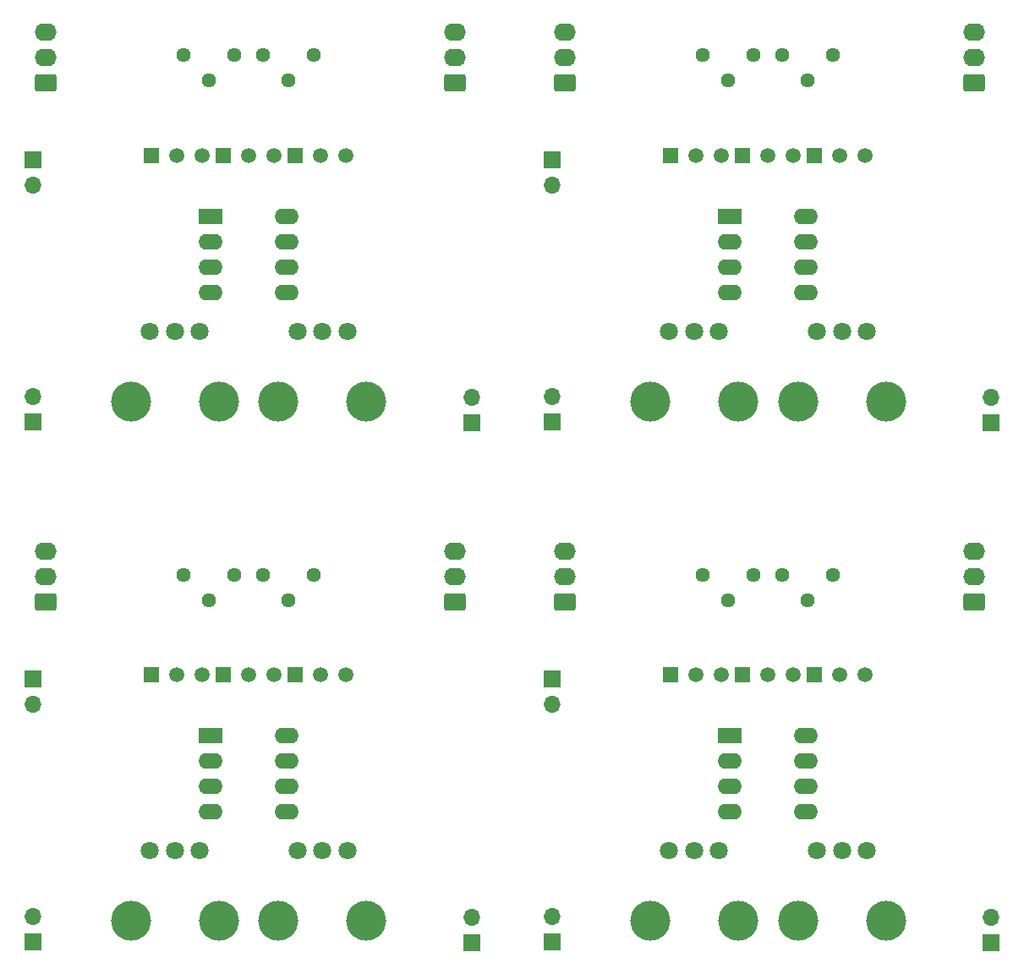
<source format=gbr>
%TF.GenerationSoftware,KiCad,Pcbnew,7.0.7-7.0.7~ubuntu22.04.1*%
%TF.CreationDate,2023-09-26T14:07:37+13:00*%
%TF.ProjectId,VCA,5643412e-6b69-4636-9164-5f7063625858,rev?*%
%TF.SameCoordinates,Original*%
%TF.FileFunction,Soldermask,Bot*%
%TF.FilePolarity,Negative*%
%FSLAX46Y46*%
G04 Gerber Fmt 4.6, Leading zero omitted, Abs format (unit mm)*
G04 Created by KiCad (PCBNEW 7.0.7-7.0.7~ubuntu22.04.1) date 2023-09-26 14:07:37*
%MOMM*%
%LPD*%
G01*
G04 APERTURE LIST*
G04 Aperture macros list*
%AMRoundRect*
0 Rectangle with rounded corners*
0 $1 Rounding radius*
0 $2 $3 $4 $5 $6 $7 $8 $9 X,Y pos of 4 corners*
0 Add a 4 corners polygon primitive as box body*
4,1,4,$2,$3,$4,$5,$6,$7,$8,$9,$2,$3,0*
0 Add four circle primitives for the rounded corners*
1,1,$1+$1,$2,$3*
1,1,$1+$1,$4,$5*
1,1,$1+$1,$6,$7*
1,1,$1+$1,$8,$9*
0 Add four rect primitives between the rounded corners*
20,1,$1+$1,$2,$3,$4,$5,0*
20,1,$1+$1,$4,$5,$6,$7,0*
20,1,$1+$1,$6,$7,$8,$9,0*
20,1,$1+$1,$8,$9,$2,$3,0*%
G04 Aperture macros list end*
%ADD10R,1.500000X1.500000*%
%ADD11C,1.500000*%
%ADD12R,1.700000X1.700000*%
%ADD13O,1.700000X1.700000*%
%ADD14C,4.000000*%
%ADD15C,1.800000*%
%ADD16C,1.440000*%
%ADD17RoundRect,0.250000X0.845000X-0.620000X0.845000X0.620000X-0.845000X0.620000X-0.845000X-0.620000X0*%
%ADD18O,2.190000X1.740000*%
%ADD19R,2.400000X1.600000*%
%ADD20O,2.400000X1.600000*%
G04 APERTURE END LIST*
D10*
%TO.C,Q2*%
X157490000Y-64850000D03*
D11*
X160030000Y-64850000D03*
X162570000Y-64850000D03*
%TD*%
D10*
%TO.C,Q1*%
X143080000Y-116860000D03*
D11*
X145620000Y-116860000D03*
X148160000Y-116860000D03*
%TD*%
D12*
%TO.C,J2*%
X79222943Y-143600000D03*
D13*
X79222943Y-141060000D03*
%TD*%
D14*
%TO.C,GAIN1*%
X97820000Y-89500000D03*
X89020000Y-89500000D03*
D15*
X90920000Y-82500000D03*
X93420000Y-82500000D03*
X95920000Y-82500000D03*
%TD*%
D16*
%TO.C,OFFSET1*%
X94285000Y-54855000D03*
X96825000Y-57395000D03*
X99365000Y-54855000D03*
%TD*%
D17*
%TO.C,J4*%
X132520000Y-109600000D03*
D18*
X132520000Y-107060000D03*
X132520000Y-104520000D03*
%TD*%
D12*
%TO.C,J2*%
X131222944Y-143600000D03*
D13*
X131222944Y-141060000D03*
%TD*%
D10*
%TO.C,Q2*%
X105489999Y-116850000D03*
D11*
X108029999Y-116850000D03*
X110569999Y-116850000D03*
%TD*%
D14*
%TO.C,CV_AMOUNT1*%
X112619999Y-141500000D03*
X103819999Y-141500000D03*
D15*
X105719999Y-134500000D03*
X108219999Y-134500000D03*
X110719999Y-134500000D03*
%TD*%
D16*
%TO.C,OFFSET1*%
X146285000Y-54855000D03*
X148825000Y-57395000D03*
X151365000Y-54855000D03*
%TD*%
D12*
%TO.C,J2*%
X79222944Y-91600000D03*
D13*
X79222944Y-89060000D03*
%TD*%
D12*
%TO.C,J3*%
X123199999Y-143675000D03*
D13*
X123199999Y-141135000D03*
%TD*%
D10*
%TO.C,Q2*%
X105490000Y-64850000D03*
D11*
X108030000Y-64850000D03*
X110570000Y-64850000D03*
%TD*%
D17*
%TO.C,J5*%
X121480000Y-57580000D03*
D18*
X121480000Y-55040000D03*
X121480000Y-52500000D03*
%TD*%
D16*
%TO.C,LEVEL1*%
X154285000Y-106855000D03*
X156825000Y-109395000D03*
X159365000Y-106855000D03*
%TD*%
%TO.C,LEVEL1*%
X102284999Y-106855000D03*
X104824999Y-109395000D03*
X107364999Y-106855000D03*
%TD*%
D12*
%TO.C,J1*%
X79222944Y-65280000D03*
D13*
X79222944Y-67820000D03*
%TD*%
D16*
%TO.C,OFFSET1*%
X94284999Y-106855000D03*
X96824999Y-109395000D03*
X99364999Y-106855000D03*
%TD*%
D19*
%TO.C,U1*%
X97000000Y-71000000D03*
D20*
X97000000Y-73540000D03*
X97000000Y-76080000D03*
X97000000Y-78620000D03*
X104620000Y-78620000D03*
X104620000Y-76080000D03*
X104620000Y-73540000D03*
X104620000Y-71000000D03*
%TD*%
D12*
%TO.C,J1*%
X131222944Y-117280000D03*
D13*
X131222944Y-119820000D03*
%TD*%
D12*
%TO.C,J1*%
X79222943Y-117280000D03*
D13*
X79222943Y-119820000D03*
%TD*%
D16*
%TO.C,LEVEL1*%
X154285000Y-54855000D03*
X156825000Y-57395000D03*
X159365000Y-54855000D03*
%TD*%
D10*
%TO.C,Q1*%
X91079999Y-116860000D03*
D11*
X93619999Y-116860000D03*
X96159999Y-116860000D03*
%TD*%
D17*
%TO.C,J4*%
X80519999Y-109600000D03*
D18*
X80519999Y-107060000D03*
X80519999Y-104520000D03*
%TD*%
D10*
%TO.C,Q3*%
X98279999Y-116860000D03*
D11*
X100819999Y-116860000D03*
X103359999Y-116860000D03*
%TD*%
D12*
%TO.C,J3*%
X175200000Y-91675000D03*
D13*
X175200000Y-89135000D03*
%TD*%
D10*
%TO.C,Q1*%
X143080000Y-64860000D03*
D11*
X145620000Y-64860000D03*
X148160000Y-64860000D03*
%TD*%
D19*
%TO.C,U1*%
X149000000Y-71000000D03*
D20*
X149000000Y-73540000D03*
X149000000Y-76080000D03*
X149000000Y-78620000D03*
X156620000Y-78620000D03*
X156620000Y-76080000D03*
X156620000Y-73540000D03*
X156620000Y-71000000D03*
%TD*%
D12*
%TO.C,J2*%
X131222944Y-91600000D03*
D13*
X131222944Y-89060000D03*
%TD*%
D14*
%TO.C,GAIN1*%
X149820000Y-89500000D03*
X141020000Y-89500000D03*
D15*
X142920000Y-82500000D03*
X145420000Y-82500000D03*
X147920000Y-82500000D03*
%TD*%
D10*
%TO.C,Q3*%
X98280000Y-64860000D03*
D11*
X100820000Y-64860000D03*
X103360000Y-64860000D03*
%TD*%
D12*
%TO.C,J1*%
X131222944Y-65280000D03*
D13*
X131222944Y-67820000D03*
%TD*%
D17*
%TO.C,J5*%
X173480000Y-109580000D03*
D18*
X173480000Y-107040000D03*
X173480000Y-104500000D03*
%TD*%
D14*
%TO.C,GAIN1*%
X149820000Y-141500000D03*
X141020000Y-141500000D03*
D15*
X142920000Y-134500000D03*
X145420000Y-134500000D03*
X147920000Y-134500000D03*
%TD*%
D17*
%TO.C,J4*%
X80520000Y-57600000D03*
D18*
X80520000Y-55060000D03*
X80520000Y-52520000D03*
%TD*%
D10*
%TO.C,Q3*%
X150280000Y-116860000D03*
D11*
X152820000Y-116860000D03*
X155360000Y-116860000D03*
%TD*%
D16*
%TO.C,OFFSET1*%
X146285000Y-106855000D03*
X148825000Y-109395000D03*
X151365000Y-106855000D03*
%TD*%
D10*
%TO.C,Q1*%
X91080000Y-64860000D03*
D11*
X93620000Y-64860000D03*
X96160000Y-64860000D03*
%TD*%
D17*
%TO.C,J5*%
X173480000Y-57580000D03*
D18*
X173480000Y-55040000D03*
X173480000Y-52500000D03*
%TD*%
D14*
%TO.C,CV_AMOUNT1*%
X164620000Y-141500000D03*
X155820000Y-141500000D03*
D15*
X157720000Y-134500000D03*
X160220000Y-134500000D03*
X162720000Y-134500000D03*
%TD*%
D19*
%TO.C,U1*%
X96999999Y-123000000D03*
D20*
X96999999Y-125540000D03*
X96999999Y-128080000D03*
X96999999Y-130620000D03*
X104619999Y-130620000D03*
X104619999Y-128080000D03*
X104619999Y-125540000D03*
X104619999Y-123000000D03*
%TD*%
D12*
%TO.C,J3*%
X123200000Y-91675000D03*
D13*
X123200000Y-89135000D03*
%TD*%
D14*
%TO.C,GAIN1*%
X97819999Y-141500000D03*
X89019999Y-141500000D03*
D15*
X90919999Y-134500000D03*
X93419999Y-134500000D03*
X95919999Y-134500000D03*
%TD*%
D10*
%TO.C,Q3*%
X150280000Y-64860000D03*
D11*
X152820000Y-64860000D03*
X155360000Y-64860000D03*
%TD*%
D19*
%TO.C,U1*%
X149000000Y-123000000D03*
D20*
X149000000Y-125540000D03*
X149000000Y-128080000D03*
X149000000Y-130620000D03*
X156620000Y-130620000D03*
X156620000Y-128080000D03*
X156620000Y-125540000D03*
X156620000Y-123000000D03*
%TD*%
D17*
%TO.C,J4*%
X132520000Y-57600000D03*
D18*
X132520000Y-55060000D03*
X132520000Y-52520000D03*
%TD*%
D14*
%TO.C,CV_AMOUNT1*%
X164620000Y-89500000D03*
X155820000Y-89500000D03*
D15*
X157720000Y-82500000D03*
X160220000Y-82500000D03*
X162720000Y-82500000D03*
%TD*%
D16*
%TO.C,LEVEL1*%
X102285000Y-54855000D03*
X104825000Y-57395000D03*
X107365000Y-54855000D03*
%TD*%
D14*
%TO.C,CV_AMOUNT1*%
X112620000Y-89500000D03*
X103820000Y-89500000D03*
D15*
X105720000Y-82500000D03*
X108220000Y-82500000D03*
X110720000Y-82500000D03*
%TD*%
D17*
%TO.C,J5*%
X121479999Y-109580000D03*
D18*
X121479999Y-107040000D03*
X121479999Y-104500000D03*
%TD*%
D12*
%TO.C,J3*%
X175200000Y-143675000D03*
D13*
X175200000Y-141135000D03*
%TD*%
D10*
%TO.C,Q2*%
X157490000Y-116850000D03*
D11*
X160030000Y-116850000D03*
X162570000Y-116850000D03*
%TD*%
M02*

</source>
